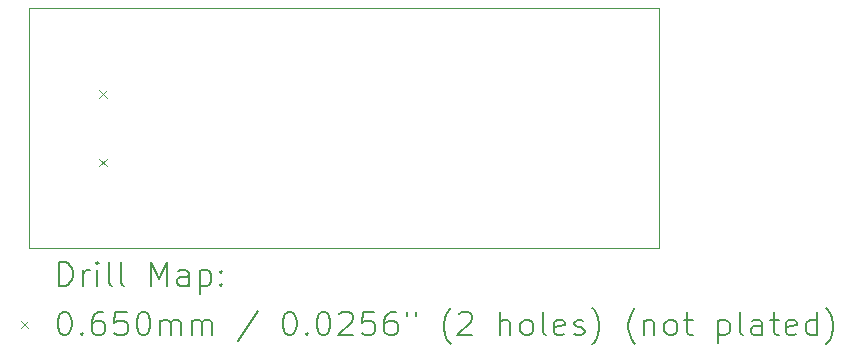
<source format=gbr>
%TF.GenerationSoftware,KiCad,Pcbnew,7.0.7*%
%TF.CreationDate,2023-12-14T16:20:09+01:00*%
%TF.ProjectId,STM32G474_Black-Pill_v3.0,53544d33-3247-4343-9734-5f426c61636b,A*%
%TF.SameCoordinates,Original*%
%TF.FileFunction,Drillmap*%
%TF.FilePolarity,Positive*%
%FSLAX45Y45*%
G04 Gerber Fmt 4.5, Leading zero omitted, Abs format (unit mm)*
G04 Created by KiCad (PCBNEW 7.0.7) date 2023-12-14 16:20:09*
%MOMM*%
%LPD*%
G01*
G04 APERTURE LIST*
%ADD10C,0.100000*%
%ADD11C,0.200000*%
%ADD12C,0.065000*%
G04 APERTURE END LIST*
D10*
X9906000Y-9144000D02*
X15240000Y-9144000D01*
X15240000Y-11176000D01*
X9906000Y-11176000D01*
X9906000Y-9144000D01*
D11*
D12*
X10501500Y-9838500D02*
X10566500Y-9903500D01*
X10566500Y-9838500D02*
X10501500Y-9903500D01*
X10501500Y-10416500D02*
X10566500Y-10481500D01*
X10566500Y-10416500D02*
X10501500Y-10481500D01*
D11*
X10161777Y-11492484D02*
X10161777Y-11292484D01*
X10161777Y-11292484D02*
X10209396Y-11292484D01*
X10209396Y-11292484D02*
X10237967Y-11302008D01*
X10237967Y-11302008D02*
X10257015Y-11321055D01*
X10257015Y-11321055D02*
X10266539Y-11340103D01*
X10266539Y-11340103D02*
X10276063Y-11378198D01*
X10276063Y-11378198D02*
X10276063Y-11406769D01*
X10276063Y-11406769D02*
X10266539Y-11444865D01*
X10266539Y-11444865D02*
X10257015Y-11463912D01*
X10257015Y-11463912D02*
X10237967Y-11482960D01*
X10237967Y-11482960D02*
X10209396Y-11492484D01*
X10209396Y-11492484D02*
X10161777Y-11492484D01*
X10361777Y-11492484D02*
X10361777Y-11359150D01*
X10361777Y-11397246D02*
X10371301Y-11378198D01*
X10371301Y-11378198D02*
X10380824Y-11368674D01*
X10380824Y-11368674D02*
X10399872Y-11359150D01*
X10399872Y-11359150D02*
X10418920Y-11359150D01*
X10485586Y-11492484D02*
X10485586Y-11359150D01*
X10485586Y-11292484D02*
X10476063Y-11302008D01*
X10476063Y-11302008D02*
X10485586Y-11311531D01*
X10485586Y-11311531D02*
X10495110Y-11302008D01*
X10495110Y-11302008D02*
X10485586Y-11292484D01*
X10485586Y-11292484D02*
X10485586Y-11311531D01*
X10609396Y-11492484D02*
X10590348Y-11482960D01*
X10590348Y-11482960D02*
X10580824Y-11463912D01*
X10580824Y-11463912D02*
X10580824Y-11292484D01*
X10714158Y-11492484D02*
X10695110Y-11482960D01*
X10695110Y-11482960D02*
X10685586Y-11463912D01*
X10685586Y-11463912D02*
X10685586Y-11292484D01*
X10942729Y-11492484D02*
X10942729Y-11292484D01*
X10942729Y-11292484D02*
X11009396Y-11435341D01*
X11009396Y-11435341D02*
X11076063Y-11292484D01*
X11076063Y-11292484D02*
X11076063Y-11492484D01*
X11257015Y-11492484D02*
X11257015Y-11387722D01*
X11257015Y-11387722D02*
X11247491Y-11368674D01*
X11247491Y-11368674D02*
X11228443Y-11359150D01*
X11228443Y-11359150D02*
X11190348Y-11359150D01*
X11190348Y-11359150D02*
X11171301Y-11368674D01*
X11257015Y-11482960D02*
X11237967Y-11492484D01*
X11237967Y-11492484D02*
X11190348Y-11492484D01*
X11190348Y-11492484D02*
X11171301Y-11482960D01*
X11171301Y-11482960D02*
X11161777Y-11463912D01*
X11161777Y-11463912D02*
X11161777Y-11444865D01*
X11161777Y-11444865D02*
X11171301Y-11425817D01*
X11171301Y-11425817D02*
X11190348Y-11416293D01*
X11190348Y-11416293D02*
X11237967Y-11416293D01*
X11237967Y-11416293D02*
X11257015Y-11406769D01*
X11352253Y-11359150D02*
X11352253Y-11559150D01*
X11352253Y-11368674D02*
X11371301Y-11359150D01*
X11371301Y-11359150D02*
X11409396Y-11359150D01*
X11409396Y-11359150D02*
X11428443Y-11368674D01*
X11428443Y-11368674D02*
X11437967Y-11378198D01*
X11437967Y-11378198D02*
X11447491Y-11397246D01*
X11447491Y-11397246D02*
X11447491Y-11454388D01*
X11447491Y-11454388D02*
X11437967Y-11473436D01*
X11437967Y-11473436D02*
X11428443Y-11482960D01*
X11428443Y-11482960D02*
X11409396Y-11492484D01*
X11409396Y-11492484D02*
X11371301Y-11492484D01*
X11371301Y-11492484D02*
X11352253Y-11482960D01*
X11533205Y-11473436D02*
X11542729Y-11482960D01*
X11542729Y-11482960D02*
X11533205Y-11492484D01*
X11533205Y-11492484D02*
X11523682Y-11482960D01*
X11523682Y-11482960D02*
X11533205Y-11473436D01*
X11533205Y-11473436D02*
X11533205Y-11492484D01*
X11533205Y-11368674D02*
X11542729Y-11378198D01*
X11542729Y-11378198D02*
X11533205Y-11387722D01*
X11533205Y-11387722D02*
X11523682Y-11378198D01*
X11523682Y-11378198D02*
X11533205Y-11368674D01*
X11533205Y-11368674D02*
X11533205Y-11387722D01*
D12*
X9836000Y-11788500D02*
X9901000Y-11853500D01*
X9901000Y-11788500D02*
X9836000Y-11853500D01*
D11*
X10199872Y-11712484D02*
X10218920Y-11712484D01*
X10218920Y-11712484D02*
X10237967Y-11722008D01*
X10237967Y-11722008D02*
X10247491Y-11731531D01*
X10247491Y-11731531D02*
X10257015Y-11750579D01*
X10257015Y-11750579D02*
X10266539Y-11788674D01*
X10266539Y-11788674D02*
X10266539Y-11836293D01*
X10266539Y-11836293D02*
X10257015Y-11874388D01*
X10257015Y-11874388D02*
X10247491Y-11893436D01*
X10247491Y-11893436D02*
X10237967Y-11902960D01*
X10237967Y-11902960D02*
X10218920Y-11912484D01*
X10218920Y-11912484D02*
X10199872Y-11912484D01*
X10199872Y-11912484D02*
X10180824Y-11902960D01*
X10180824Y-11902960D02*
X10171301Y-11893436D01*
X10171301Y-11893436D02*
X10161777Y-11874388D01*
X10161777Y-11874388D02*
X10152253Y-11836293D01*
X10152253Y-11836293D02*
X10152253Y-11788674D01*
X10152253Y-11788674D02*
X10161777Y-11750579D01*
X10161777Y-11750579D02*
X10171301Y-11731531D01*
X10171301Y-11731531D02*
X10180824Y-11722008D01*
X10180824Y-11722008D02*
X10199872Y-11712484D01*
X10352253Y-11893436D02*
X10361777Y-11902960D01*
X10361777Y-11902960D02*
X10352253Y-11912484D01*
X10352253Y-11912484D02*
X10342729Y-11902960D01*
X10342729Y-11902960D02*
X10352253Y-11893436D01*
X10352253Y-11893436D02*
X10352253Y-11912484D01*
X10533205Y-11712484D02*
X10495110Y-11712484D01*
X10495110Y-11712484D02*
X10476063Y-11722008D01*
X10476063Y-11722008D02*
X10466539Y-11731531D01*
X10466539Y-11731531D02*
X10447491Y-11760103D01*
X10447491Y-11760103D02*
X10437967Y-11798198D01*
X10437967Y-11798198D02*
X10437967Y-11874388D01*
X10437967Y-11874388D02*
X10447491Y-11893436D01*
X10447491Y-11893436D02*
X10457015Y-11902960D01*
X10457015Y-11902960D02*
X10476063Y-11912484D01*
X10476063Y-11912484D02*
X10514158Y-11912484D01*
X10514158Y-11912484D02*
X10533205Y-11902960D01*
X10533205Y-11902960D02*
X10542729Y-11893436D01*
X10542729Y-11893436D02*
X10552253Y-11874388D01*
X10552253Y-11874388D02*
X10552253Y-11826769D01*
X10552253Y-11826769D02*
X10542729Y-11807722D01*
X10542729Y-11807722D02*
X10533205Y-11798198D01*
X10533205Y-11798198D02*
X10514158Y-11788674D01*
X10514158Y-11788674D02*
X10476063Y-11788674D01*
X10476063Y-11788674D02*
X10457015Y-11798198D01*
X10457015Y-11798198D02*
X10447491Y-11807722D01*
X10447491Y-11807722D02*
X10437967Y-11826769D01*
X10733205Y-11712484D02*
X10637967Y-11712484D01*
X10637967Y-11712484D02*
X10628444Y-11807722D01*
X10628444Y-11807722D02*
X10637967Y-11798198D01*
X10637967Y-11798198D02*
X10657015Y-11788674D01*
X10657015Y-11788674D02*
X10704634Y-11788674D01*
X10704634Y-11788674D02*
X10723682Y-11798198D01*
X10723682Y-11798198D02*
X10733205Y-11807722D01*
X10733205Y-11807722D02*
X10742729Y-11826769D01*
X10742729Y-11826769D02*
X10742729Y-11874388D01*
X10742729Y-11874388D02*
X10733205Y-11893436D01*
X10733205Y-11893436D02*
X10723682Y-11902960D01*
X10723682Y-11902960D02*
X10704634Y-11912484D01*
X10704634Y-11912484D02*
X10657015Y-11912484D01*
X10657015Y-11912484D02*
X10637967Y-11902960D01*
X10637967Y-11902960D02*
X10628444Y-11893436D01*
X10866539Y-11712484D02*
X10885586Y-11712484D01*
X10885586Y-11712484D02*
X10904634Y-11722008D01*
X10904634Y-11722008D02*
X10914158Y-11731531D01*
X10914158Y-11731531D02*
X10923682Y-11750579D01*
X10923682Y-11750579D02*
X10933205Y-11788674D01*
X10933205Y-11788674D02*
X10933205Y-11836293D01*
X10933205Y-11836293D02*
X10923682Y-11874388D01*
X10923682Y-11874388D02*
X10914158Y-11893436D01*
X10914158Y-11893436D02*
X10904634Y-11902960D01*
X10904634Y-11902960D02*
X10885586Y-11912484D01*
X10885586Y-11912484D02*
X10866539Y-11912484D01*
X10866539Y-11912484D02*
X10847491Y-11902960D01*
X10847491Y-11902960D02*
X10837967Y-11893436D01*
X10837967Y-11893436D02*
X10828444Y-11874388D01*
X10828444Y-11874388D02*
X10818920Y-11836293D01*
X10818920Y-11836293D02*
X10818920Y-11788674D01*
X10818920Y-11788674D02*
X10828444Y-11750579D01*
X10828444Y-11750579D02*
X10837967Y-11731531D01*
X10837967Y-11731531D02*
X10847491Y-11722008D01*
X10847491Y-11722008D02*
X10866539Y-11712484D01*
X11018920Y-11912484D02*
X11018920Y-11779150D01*
X11018920Y-11798198D02*
X11028444Y-11788674D01*
X11028444Y-11788674D02*
X11047491Y-11779150D01*
X11047491Y-11779150D02*
X11076063Y-11779150D01*
X11076063Y-11779150D02*
X11095110Y-11788674D01*
X11095110Y-11788674D02*
X11104634Y-11807722D01*
X11104634Y-11807722D02*
X11104634Y-11912484D01*
X11104634Y-11807722D02*
X11114158Y-11788674D01*
X11114158Y-11788674D02*
X11133205Y-11779150D01*
X11133205Y-11779150D02*
X11161777Y-11779150D01*
X11161777Y-11779150D02*
X11180825Y-11788674D01*
X11180825Y-11788674D02*
X11190348Y-11807722D01*
X11190348Y-11807722D02*
X11190348Y-11912484D01*
X11285586Y-11912484D02*
X11285586Y-11779150D01*
X11285586Y-11798198D02*
X11295110Y-11788674D01*
X11295110Y-11788674D02*
X11314158Y-11779150D01*
X11314158Y-11779150D02*
X11342729Y-11779150D01*
X11342729Y-11779150D02*
X11361777Y-11788674D01*
X11361777Y-11788674D02*
X11371301Y-11807722D01*
X11371301Y-11807722D02*
X11371301Y-11912484D01*
X11371301Y-11807722D02*
X11380824Y-11788674D01*
X11380824Y-11788674D02*
X11399872Y-11779150D01*
X11399872Y-11779150D02*
X11428443Y-11779150D01*
X11428443Y-11779150D02*
X11447491Y-11788674D01*
X11447491Y-11788674D02*
X11457015Y-11807722D01*
X11457015Y-11807722D02*
X11457015Y-11912484D01*
X11847491Y-11702960D02*
X11676063Y-11960103D01*
X12104634Y-11712484D02*
X12123682Y-11712484D01*
X12123682Y-11712484D02*
X12142729Y-11722008D01*
X12142729Y-11722008D02*
X12152253Y-11731531D01*
X12152253Y-11731531D02*
X12161777Y-11750579D01*
X12161777Y-11750579D02*
X12171301Y-11788674D01*
X12171301Y-11788674D02*
X12171301Y-11836293D01*
X12171301Y-11836293D02*
X12161777Y-11874388D01*
X12161777Y-11874388D02*
X12152253Y-11893436D01*
X12152253Y-11893436D02*
X12142729Y-11902960D01*
X12142729Y-11902960D02*
X12123682Y-11912484D01*
X12123682Y-11912484D02*
X12104634Y-11912484D01*
X12104634Y-11912484D02*
X12085586Y-11902960D01*
X12085586Y-11902960D02*
X12076063Y-11893436D01*
X12076063Y-11893436D02*
X12066539Y-11874388D01*
X12066539Y-11874388D02*
X12057015Y-11836293D01*
X12057015Y-11836293D02*
X12057015Y-11788674D01*
X12057015Y-11788674D02*
X12066539Y-11750579D01*
X12066539Y-11750579D02*
X12076063Y-11731531D01*
X12076063Y-11731531D02*
X12085586Y-11722008D01*
X12085586Y-11722008D02*
X12104634Y-11712484D01*
X12257015Y-11893436D02*
X12266539Y-11902960D01*
X12266539Y-11902960D02*
X12257015Y-11912484D01*
X12257015Y-11912484D02*
X12247491Y-11902960D01*
X12247491Y-11902960D02*
X12257015Y-11893436D01*
X12257015Y-11893436D02*
X12257015Y-11912484D01*
X12390348Y-11712484D02*
X12409396Y-11712484D01*
X12409396Y-11712484D02*
X12428444Y-11722008D01*
X12428444Y-11722008D02*
X12437967Y-11731531D01*
X12437967Y-11731531D02*
X12447491Y-11750579D01*
X12447491Y-11750579D02*
X12457015Y-11788674D01*
X12457015Y-11788674D02*
X12457015Y-11836293D01*
X12457015Y-11836293D02*
X12447491Y-11874388D01*
X12447491Y-11874388D02*
X12437967Y-11893436D01*
X12437967Y-11893436D02*
X12428444Y-11902960D01*
X12428444Y-11902960D02*
X12409396Y-11912484D01*
X12409396Y-11912484D02*
X12390348Y-11912484D01*
X12390348Y-11912484D02*
X12371301Y-11902960D01*
X12371301Y-11902960D02*
X12361777Y-11893436D01*
X12361777Y-11893436D02*
X12352253Y-11874388D01*
X12352253Y-11874388D02*
X12342729Y-11836293D01*
X12342729Y-11836293D02*
X12342729Y-11788674D01*
X12342729Y-11788674D02*
X12352253Y-11750579D01*
X12352253Y-11750579D02*
X12361777Y-11731531D01*
X12361777Y-11731531D02*
X12371301Y-11722008D01*
X12371301Y-11722008D02*
X12390348Y-11712484D01*
X12533206Y-11731531D02*
X12542729Y-11722008D01*
X12542729Y-11722008D02*
X12561777Y-11712484D01*
X12561777Y-11712484D02*
X12609396Y-11712484D01*
X12609396Y-11712484D02*
X12628444Y-11722008D01*
X12628444Y-11722008D02*
X12637967Y-11731531D01*
X12637967Y-11731531D02*
X12647491Y-11750579D01*
X12647491Y-11750579D02*
X12647491Y-11769627D01*
X12647491Y-11769627D02*
X12637967Y-11798198D01*
X12637967Y-11798198D02*
X12523682Y-11912484D01*
X12523682Y-11912484D02*
X12647491Y-11912484D01*
X12828444Y-11712484D02*
X12733206Y-11712484D01*
X12733206Y-11712484D02*
X12723682Y-11807722D01*
X12723682Y-11807722D02*
X12733206Y-11798198D01*
X12733206Y-11798198D02*
X12752253Y-11788674D01*
X12752253Y-11788674D02*
X12799872Y-11788674D01*
X12799872Y-11788674D02*
X12818920Y-11798198D01*
X12818920Y-11798198D02*
X12828444Y-11807722D01*
X12828444Y-11807722D02*
X12837967Y-11826769D01*
X12837967Y-11826769D02*
X12837967Y-11874388D01*
X12837967Y-11874388D02*
X12828444Y-11893436D01*
X12828444Y-11893436D02*
X12818920Y-11902960D01*
X12818920Y-11902960D02*
X12799872Y-11912484D01*
X12799872Y-11912484D02*
X12752253Y-11912484D01*
X12752253Y-11912484D02*
X12733206Y-11902960D01*
X12733206Y-11902960D02*
X12723682Y-11893436D01*
X13009396Y-11712484D02*
X12971301Y-11712484D01*
X12971301Y-11712484D02*
X12952253Y-11722008D01*
X12952253Y-11722008D02*
X12942729Y-11731531D01*
X12942729Y-11731531D02*
X12923682Y-11760103D01*
X12923682Y-11760103D02*
X12914158Y-11798198D01*
X12914158Y-11798198D02*
X12914158Y-11874388D01*
X12914158Y-11874388D02*
X12923682Y-11893436D01*
X12923682Y-11893436D02*
X12933206Y-11902960D01*
X12933206Y-11902960D02*
X12952253Y-11912484D01*
X12952253Y-11912484D02*
X12990348Y-11912484D01*
X12990348Y-11912484D02*
X13009396Y-11902960D01*
X13009396Y-11902960D02*
X13018920Y-11893436D01*
X13018920Y-11893436D02*
X13028444Y-11874388D01*
X13028444Y-11874388D02*
X13028444Y-11826769D01*
X13028444Y-11826769D02*
X13018920Y-11807722D01*
X13018920Y-11807722D02*
X13009396Y-11798198D01*
X13009396Y-11798198D02*
X12990348Y-11788674D01*
X12990348Y-11788674D02*
X12952253Y-11788674D01*
X12952253Y-11788674D02*
X12933206Y-11798198D01*
X12933206Y-11798198D02*
X12923682Y-11807722D01*
X12923682Y-11807722D02*
X12914158Y-11826769D01*
X13104634Y-11712484D02*
X13104634Y-11750579D01*
X13180825Y-11712484D02*
X13180825Y-11750579D01*
X13476063Y-11988674D02*
X13466539Y-11979150D01*
X13466539Y-11979150D02*
X13447491Y-11950579D01*
X13447491Y-11950579D02*
X13437968Y-11931531D01*
X13437968Y-11931531D02*
X13428444Y-11902960D01*
X13428444Y-11902960D02*
X13418920Y-11855341D01*
X13418920Y-11855341D02*
X13418920Y-11817246D01*
X13418920Y-11817246D02*
X13428444Y-11769627D01*
X13428444Y-11769627D02*
X13437968Y-11741055D01*
X13437968Y-11741055D02*
X13447491Y-11722008D01*
X13447491Y-11722008D02*
X13466539Y-11693436D01*
X13466539Y-11693436D02*
X13476063Y-11683912D01*
X13542729Y-11731531D02*
X13552253Y-11722008D01*
X13552253Y-11722008D02*
X13571301Y-11712484D01*
X13571301Y-11712484D02*
X13618920Y-11712484D01*
X13618920Y-11712484D02*
X13637968Y-11722008D01*
X13637968Y-11722008D02*
X13647491Y-11731531D01*
X13647491Y-11731531D02*
X13657015Y-11750579D01*
X13657015Y-11750579D02*
X13657015Y-11769627D01*
X13657015Y-11769627D02*
X13647491Y-11798198D01*
X13647491Y-11798198D02*
X13533206Y-11912484D01*
X13533206Y-11912484D02*
X13657015Y-11912484D01*
X13895110Y-11912484D02*
X13895110Y-11712484D01*
X13980825Y-11912484D02*
X13980825Y-11807722D01*
X13980825Y-11807722D02*
X13971301Y-11788674D01*
X13971301Y-11788674D02*
X13952253Y-11779150D01*
X13952253Y-11779150D02*
X13923682Y-11779150D01*
X13923682Y-11779150D02*
X13904634Y-11788674D01*
X13904634Y-11788674D02*
X13895110Y-11798198D01*
X14104634Y-11912484D02*
X14085587Y-11902960D01*
X14085587Y-11902960D02*
X14076063Y-11893436D01*
X14076063Y-11893436D02*
X14066539Y-11874388D01*
X14066539Y-11874388D02*
X14066539Y-11817246D01*
X14066539Y-11817246D02*
X14076063Y-11798198D01*
X14076063Y-11798198D02*
X14085587Y-11788674D01*
X14085587Y-11788674D02*
X14104634Y-11779150D01*
X14104634Y-11779150D02*
X14133206Y-11779150D01*
X14133206Y-11779150D02*
X14152253Y-11788674D01*
X14152253Y-11788674D02*
X14161777Y-11798198D01*
X14161777Y-11798198D02*
X14171301Y-11817246D01*
X14171301Y-11817246D02*
X14171301Y-11874388D01*
X14171301Y-11874388D02*
X14161777Y-11893436D01*
X14161777Y-11893436D02*
X14152253Y-11902960D01*
X14152253Y-11902960D02*
X14133206Y-11912484D01*
X14133206Y-11912484D02*
X14104634Y-11912484D01*
X14285587Y-11912484D02*
X14266539Y-11902960D01*
X14266539Y-11902960D02*
X14257015Y-11883912D01*
X14257015Y-11883912D02*
X14257015Y-11712484D01*
X14437968Y-11902960D02*
X14418920Y-11912484D01*
X14418920Y-11912484D02*
X14380825Y-11912484D01*
X14380825Y-11912484D02*
X14361777Y-11902960D01*
X14361777Y-11902960D02*
X14352253Y-11883912D01*
X14352253Y-11883912D02*
X14352253Y-11807722D01*
X14352253Y-11807722D02*
X14361777Y-11788674D01*
X14361777Y-11788674D02*
X14380825Y-11779150D01*
X14380825Y-11779150D02*
X14418920Y-11779150D01*
X14418920Y-11779150D02*
X14437968Y-11788674D01*
X14437968Y-11788674D02*
X14447491Y-11807722D01*
X14447491Y-11807722D02*
X14447491Y-11826769D01*
X14447491Y-11826769D02*
X14352253Y-11845817D01*
X14523682Y-11902960D02*
X14542730Y-11912484D01*
X14542730Y-11912484D02*
X14580825Y-11912484D01*
X14580825Y-11912484D02*
X14599872Y-11902960D01*
X14599872Y-11902960D02*
X14609396Y-11883912D01*
X14609396Y-11883912D02*
X14609396Y-11874388D01*
X14609396Y-11874388D02*
X14599872Y-11855341D01*
X14599872Y-11855341D02*
X14580825Y-11845817D01*
X14580825Y-11845817D02*
X14552253Y-11845817D01*
X14552253Y-11845817D02*
X14533206Y-11836293D01*
X14533206Y-11836293D02*
X14523682Y-11817246D01*
X14523682Y-11817246D02*
X14523682Y-11807722D01*
X14523682Y-11807722D02*
X14533206Y-11788674D01*
X14533206Y-11788674D02*
X14552253Y-11779150D01*
X14552253Y-11779150D02*
X14580825Y-11779150D01*
X14580825Y-11779150D02*
X14599872Y-11788674D01*
X14676063Y-11988674D02*
X14685587Y-11979150D01*
X14685587Y-11979150D02*
X14704634Y-11950579D01*
X14704634Y-11950579D02*
X14714158Y-11931531D01*
X14714158Y-11931531D02*
X14723682Y-11902960D01*
X14723682Y-11902960D02*
X14733206Y-11855341D01*
X14733206Y-11855341D02*
X14733206Y-11817246D01*
X14733206Y-11817246D02*
X14723682Y-11769627D01*
X14723682Y-11769627D02*
X14714158Y-11741055D01*
X14714158Y-11741055D02*
X14704634Y-11722008D01*
X14704634Y-11722008D02*
X14685587Y-11693436D01*
X14685587Y-11693436D02*
X14676063Y-11683912D01*
X15037968Y-11988674D02*
X15028444Y-11979150D01*
X15028444Y-11979150D02*
X15009396Y-11950579D01*
X15009396Y-11950579D02*
X14999872Y-11931531D01*
X14999872Y-11931531D02*
X14990349Y-11902960D01*
X14990349Y-11902960D02*
X14980825Y-11855341D01*
X14980825Y-11855341D02*
X14980825Y-11817246D01*
X14980825Y-11817246D02*
X14990349Y-11769627D01*
X14990349Y-11769627D02*
X14999872Y-11741055D01*
X14999872Y-11741055D02*
X15009396Y-11722008D01*
X15009396Y-11722008D02*
X15028444Y-11693436D01*
X15028444Y-11693436D02*
X15037968Y-11683912D01*
X15114158Y-11779150D02*
X15114158Y-11912484D01*
X15114158Y-11798198D02*
X15123682Y-11788674D01*
X15123682Y-11788674D02*
X15142730Y-11779150D01*
X15142730Y-11779150D02*
X15171301Y-11779150D01*
X15171301Y-11779150D02*
X15190349Y-11788674D01*
X15190349Y-11788674D02*
X15199872Y-11807722D01*
X15199872Y-11807722D02*
X15199872Y-11912484D01*
X15323682Y-11912484D02*
X15304634Y-11902960D01*
X15304634Y-11902960D02*
X15295111Y-11893436D01*
X15295111Y-11893436D02*
X15285587Y-11874388D01*
X15285587Y-11874388D02*
X15285587Y-11817246D01*
X15285587Y-11817246D02*
X15295111Y-11798198D01*
X15295111Y-11798198D02*
X15304634Y-11788674D01*
X15304634Y-11788674D02*
X15323682Y-11779150D01*
X15323682Y-11779150D02*
X15352253Y-11779150D01*
X15352253Y-11779150D02*
X15371301Y-11788674D01*
X15371301Y-11788674D02*
X15380825Y-11798198D01*
X15380825Y-11798198D02*
X15390349Y-11817246D01*
X15390349Y-11817246D02*
X15390349Y-11874388D01*
X15390349Y-11874388D02*
X15380825Y-11893436D01*
X15380825Y-11893436D02*
X15371301Y-11902960D01*
X15371301Y-11902960D02*
X15352253Y-11912484D01*
X15352253Y-11912484D02*
X15323682Y-11912484D01*
X15447492Y-11779150D02*
X15523682Y-11779150D01*
X15476063Y-11712484D02*
X15476063Y-11883912D01*
X15476063Y-11883912D02*
X15485587Y-11902960D01*
X15485587Y-11902960D02*
X15504634Y-11912484D01*
X15504634Y-11912484D02*
X15523682Y-11912484D01*
X15742730Y-11779150D02*
X15742730Y-11979150D01*
X15742730Y-11788674D02*
X15761777Y-11779150D01*
X15761777Y-11779150D02*
X15799873Y-11779150D01*
X15799873Y-11779150D02*
X15818920Y-11788674D01*
X15818920Y-11788674D02*
X15828444Y-11798198D01*
X15828444Y-11798198D02*
X15837968Y-11817246D01*
X15837968Y-11817246D02*
X15837968Y-11874388D01*
X15837968Y-11874388D02*
X15828444Y-11893436D01*
X15828444Y-11893436D02*
X15818920Y-11902960D01*
X15818920Y-11902960D02*
X15799873Y-11912484D01*
X15799873Y-11912484D02*
X15761777Y-11912484D01*
X15761777Y-11912484D02*
X15742730Y-11902960D01*
X15952253Y-11912484D02*
X15933206Y-11902960D01*
X15933206Y-11902960D02*
X15923682Y-11883912D01*
X15923682Y-11883912D02*
X15923682Y-11712484D01*
X16114158Y-11912484D02*
X16114158Y-11807722D01*
X16114158Y-11807722D02*
X16104634Y-11788674D01*
X16104634Y-11788674D02*
X16085587Y-11779150D01*
X16085587Y-11779150D02*
X16047492Y-11779150D01*
X16047492Y-11779150D02*
X16028444Y-11788674D01*
X16114158Y-11902960D02*
X16095111Y-11912484D01*
X16095111Y-11912484D02*
X16047492Y-11912484D01*
X16047492Y-11912484D02*
X16028444Y-11902960D01*
X16028444Y-11902960D02*
X16018920Y-11883912D01*
X16018920Y-11883912D02*
X16018920Y-11864865D01*
X16018920Y-11864865D02*
X16028444Y-11845817D01*
X16028444Y-11845817D02*
X16047492Y-11836293D01*
X16047492Y-11836293D02*
X16095111Y-11836293D01*
X16095111Y-11836293D02*
X16114158Y-11826769D01*
X16180825Y-11779150D02*
X16257015Y-11779150D01*
X16209396Y-11712484D02*
X16209396Y-11883912D01*
X16209396Y-11883912D02*
X16218920Y-11902960D01*
X16218920Y-11902960D02*
X16237968Y-11912484D01*
X16237968Y-11912484D02*
X16257015Y-11912484D01*
X16399873Y-11902960D02*
X16380825Y-11912484D01*
X16380825Y-11912484D02*
X16342730Y-11912484D01*
X16342730Y-11912484D02*
X16323682Y-11902960D01*
X16323682Y-11902960D02*
X16314158Y-11883912D01*
X16314158Y-11883912D02*
X16314158Y-11807722D01*
X16314158Y-11807722D02*
X16323682Y-11788674D01*
X16323682Y-11788674D02*
X16342730Y-11779150D01*
X16342730Y-11779150D02*
X16380825Y-11779150D01*
X16380825Y-11779150D02*
X16399873Y-11788674D01*
X16399873Y-11788674D02*
X16409396Y-11807722D01*
X16409396Y-11807722D02*
X16409396Y-11826769D01*
X16409396Y-11826769D02*
X16314158Y-11845817D01*
X16580825Y-11912484D02*
X16580825Y-11712484D01*
X16580825Y-11902960D02*
X16561777Y-11912484D01*
X16561777Y-11912484D02*
X16523682Y-11912484D01*
X16523682Y-11912484D02*
X16504634Y-11902960D01*
X16504634Y-11902960D02*
X16495111Y-11893436D01*
X16495111Y-11893436D02*
X16485587Y-11874388D01*
X16485587Y-11874388D02*
X16485587Y-11817246D01*
X16485587Y-11817246D02*
X16495111Y-11798198D01*
X16495111Y-11798198D02*
X16504634Y-11788674D01*
X16504634Y-11788674D02*
X16523682Y-11779150D01*
X16523682Y-11779150D02*
X16561777Y-11779150D01*
X16561777Y-11779150D02*
X16580825Y-11788674D01*
X16657015Y-11988674D02*
X16666539Y-11979150D01*
X16666539Y-11979150D02*
X16685587Y-11950579D01*
X16685587Y-11950579D02*
X16695111Y-11931531D01*
X16695111Y-11931531D02*
X16704634Y-11902960D01*
X16704634Y-11902960D02*
X16714158Y-11855341D01*
X16714158Y-11855341D02*
X16714158Y-11817246D01*
X16714158Y-11817246D02*
X16704634Y-11769627D01*
X16704634Y-11769627D02*
X16695111Y-11741055D01*
X16695111Y-11741055D02*
X16685587Y-11722008D01*
X16685587Y-11722008D02*
X16666539Y-11693436D01*
X16666539Y-11693436D02*
X16657015Y-11683912D01*
M02*

</source>
